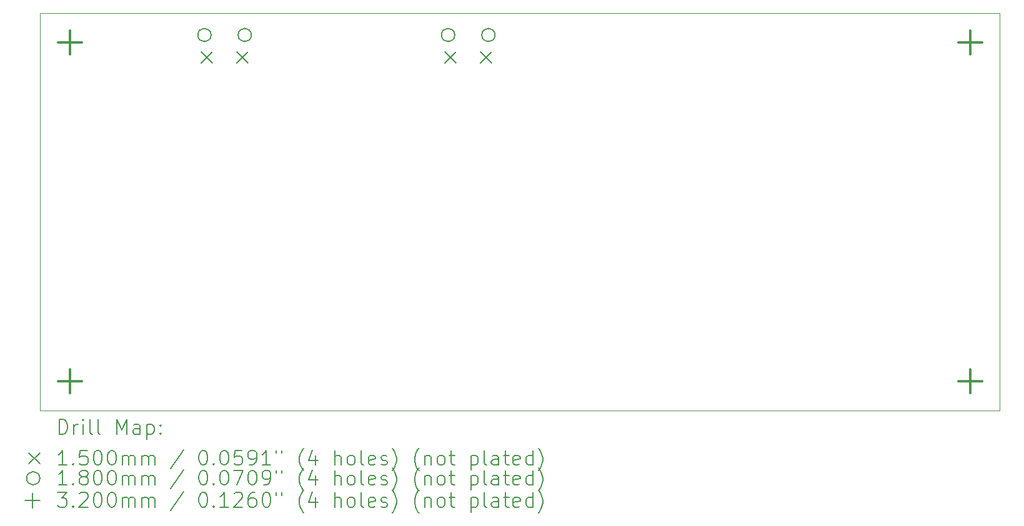
<source format=gbr>
%TF.GenerationSoftware,KiCad,Pcbnew,7.0.7*%
%TF.CreationDate,2023-09-07T20:52:34+09:00*%
%TF.ProjectId,KiCad,4b694361-642e-46b6-9963-61645f706362,rev?*%
%TF.SameCoordinates,PX41cdb40PY67f3540*%
%TF.FileFunction,Drillmap*%
%TF.FilePolarity,Positive*%
%FSLAX45Y45*%
G04 Gerber Fmt 4.5, Leading zero omitted, Abs format (unit mm)*
G04 Created by KiCad (PCBNEW 7.0.7) date 2023-09-07 20:52:34*
%MOMM*%
%LPD*%
G01*
G04 APERTURE LIST*
%ADD10C,0.100000*%
%ADD11C,0.200000*%
%ADD12C,0.150000*%
%ADD13C,0.180000*%
%ADD14C,0.320000*%
G04 APERTURE END LIST*
D10*
X13000000Y5400000D02*
X0Y5400000D01*
X0Y0D02*
X13000000Y0D01*
X0Y5400000D02*
X0Y0D01*
X13000000Y0D02*
X13000000Y5400000D01*
D11*
D12*
X2180500Y4872000D02*
X2330500Y4722000D01*
X2330500Y4872000D02*
X2180500Y4722000D01*
X2665500Y4872000D02*
X2815500Y4722000D01*
X2815500Y4872000D02*
X2665500Y4722000D01*
X5482500Y4872000D02*
X5632500Y4722000D01*
X5632500Y4872000D02*
X5482500Y4722000D01*
X5967500Y4872000D02*
X6117500Y4722000D01*
X6117500Y4872000D02*
X5967500Y4722000D01*
D13*
X2315500Y5100000D02*
G75*
G03*
X2315500Y5100000I-90000J0D01*
G01*
X2860500Y5100000D02*
G75*
G03*
X2860500Y5100000I-90000J0D01*
G01*
X5617500Y5100000D02*
G75*
G03*
X5617500Y5100000I-90000J0D01*
G01*
X6162500Y5100000D02*
G75*
G03*
X6162500Y5100000I-90000J0D01*
G01*
D14*
X400000Y5160000D02*
X400000Y4840000D01*
X240000Y5000000D02*
X560000Y5000000D01*
X400000Y560000D02*
X400000Y240000D01*
X240000Y400000D02*
X560000Y400000D01*
X12600000Y5160000D02*
X12600000Y4840000D01*
X12440000Y5000000D02*
X12760000Y5000000D01*
X12600000Y560000D02*
X12600000Y240000D01*
X12440000Y400000D02*
X12760000Y400000D01*
D11*
X255777Y-316484D02*
X255777Y-116484D01*
X255777Y-116484D02*
X303396Y-116484D01*
X303396Y-116484D02*
X331967Y-126008D01*
X331967Y-126008D02*
X351015Y-145055D01*
X351015Y-145055D02*
X360539Y-164103D01*
X360539Y-164103D02*
X370062Y-202198D01*
X370062Y-202198D02*
X370062Y-230769D01*
X370062Y-230769D02*
X360539Y-268865D01*
X360539Y-268865D02*
X351015Y-287912D01*
X351015Y-287912D02*
X331967Y-306960D01*
X331967Y-306960D02*
X303396Y-316484D01*
X303396Y-316484D02*
X255777Y-316484D01*
X455777Y-316484D02*
X455777Y-183150D01*
X455777Y-221246D02*
X465301Y-202198D01*
X465301Y-202198D02*
X474824Y-192674D01*
X474824Y-192674D02*
X493872Y-183150D01*
X493872Y-183150D02*
X512920Y-183150D01*
X579586Y-316484D02*
X579586Y-183150D01*
X579586Y-116484D02*
X570063Y-126008D01*
X570063Y-126008D02*
X579586Y-135531D01*
X579586Y-135531D02*
X589110Y-126008D01*
X589110Y-126008D02*
X579586Y-116484D01*
X579586Y-116484D02*
X579586Y-135531D01*
X703396Y-316484D02*
X684348Y-306960D01*
X684348Y-306960D02*
X674824Y-287912D01*
X674824Y-287912D02*
X674824Y-116484D01*
X808158Y-316484D02*
X789110Y-306960D01*
X789110Y-306960D02*
X779586Y-287912D01*
X779586Y-287912D02*
X779586Y-116484D01*
X1036729Y-316484D02*
X1036729Y-116484D01*
X1036729Y-116484D02*
X1103396Y-259341D01*
X1103396Y-259341D02*
X1170063Y-116484D01*
X1170063Y-116484D02*
X1170063Y-316484D01*
X1351015Y-316484D02*
X1351015Y-211722D01*
X1351015Y-211722D02*
X1341491Y-192674D01*
X1341491Y-192674D02*
X1322444Y-183150D01*
X1322444Y-183150D02*
X1284348Y-183150D01*
X1284348Y-183150D02*
X1265301Y-192674D01*
X1351015Y-306960D02*
X1331967Y-316484D01*
X1331967Y-316484D02*
X1284348Y-316484D01*
X1284348Y-316484D02*
X1265301Y-306960D01*
X1265301Y-306960D02*
X1255777Y-287912D01*
X1255777Y-287912D02*
X1255777Y-268865D01*
X1255777Y-268865D02*
X1265301Y-249817D01*
X1265301Y-249817D02*
X1284348Y-240293D01*
X1284348Y-240293D02*
X1331967Y-240293D01*
X1331967Y-240293D02*
X1351015Y-230769D01*
X1446253Y-183150D02*
X1446253Y-383150D01*
X1446253Y-192674D02*
X1465301Y-183150D01*
X1465301Y-183150D02*
X1503396Y-183150D01*
X1503396Y-183150D02*
X1522443Y-192674D01*
X1522443Y-192674D02*
X1531967Y-202198D01*
X1531967Y-202198D02*
X1541491Y-221246D01*
X1541491Y-221246D02*
X1541491Y-278389D01*
X1541491Y-278389D02*
X1531967Y-297436D01*
X1531967Y-297436D02*
X1522443Y-306960D01*
X1522443Y-306960D02*
X1503396Y-316484D01*
X1503396Y-316484D02*
X1465301Y-316484D01*
X1465301Y-316484D02*
X1446253Y-306960D01*
X1627205Y-297436D02*
X1636729Y-306960D01*
X1636729Y-306960D02*
X1627205Y-316484D01*
X1627205Y-316484D02*
X1617682Y-306960D01*
X1617682Y-306960D02*
X1627205Y-297436D01*
X1627205Y-297436D02*
X1627205Y-316484D01*
X1627205Y-192674D02*
X1636729Y-202198D01*
X1636729Y-202198D02*
X1627205Y-211722D01*
X1627205Y-211722D02*
X1617682Y-202198D01*
X1617682Y-202198D02*
X1627205Y-192674D01*
X1627205Y-192674D02*
X1627205Y-211722D01*
D12*
X-155000Y-570000D02*
X-5000Y-720000D01*
X-5000Y-570000D02*
X-155000Y-720000D01*
D11*
X360539Y-736484D02*
X246253Y-736484D01*
X303396Y-736484D02*
X303396Y-536484D01*
X303396Y-536484D02*
X284348Y-565055D01*
X284348Y-565055D02*
X265301Y-584103D01*
X265301Y-584103D02*
X246253Y-593627D01*
X446253Y-717436D02*
X455777Y-726960D01*
X455777Y-726960D02*
X446253Y-736484D01*
X446253Y-736484D02*
X436729Y-726960D01*
X436729Y-726960D02*
X446253Y-717436D01*
X446253Y-717436D02*
X446253Y-736484D01*
X636729Y-536484D02*
X541491Y-536484D01*
X541491Y-536484D02*
X531967Y-631722D01*
X531967Y-631722D02*
X541491Y-622198D01*
X541491Y-622198D02*
X560539Y-612674D01*
X560539Y-612674D02*
X608158Y-612674D01*
X608158Y-612674D02*
X627205Y-622198D01*
X627205Y-622198D02*
X636729Y-631722D01*
X636729Y-631722D02*
X646253Y-650770D01*
X646253Y-650770D02*
X646253Y-698389D01*
X646253Y-698389D02*
X636729Y-717436D01*
X636729Y-717436D02*
X627205Y-726960D01*
X627205Y-726960D02*
X608158Y-736484D01*
X608158Y-736484D02*
X560539Y-736484D01*
X560539Y-736484D02*
X541491Y-726960D01*
X541491Y-726960D02*
X531967Y-717436D01*
X770062Y-536484D02*
X789110Y-536484D01*
X789110Y-536484D02*
X808158Y-546008D01*
X808158Y-546008D02*
X817682Y-555531D01*
X817682Y-555531D02*
X827205Y-574579D01*
X827205Y-574579D02*
X836729Y-612674D01*
X836729Y-612674D02*
X836729Y-660293D01*
X836729Y-660293D02*
X827205Y-698389D01*
X827205Y-698389D02*
X817682Y-717436D01*
X817682Y-717436D02*
X808158Y-726960D01*
X808158Y-726960D02*
X789110Y-736484D01*
X789110Y-736484D02*
X770062Y-736484D01*
X770062Y-736484D02*
X751015Y-726960D01*
X751015Y-726960D02*
X741491Y-717436D01*
X741491Y-717436D02*
X731967Y-698389D01*
X731967Y-698389D02*
X722443Y-660293D01*
X722443Y-660293D02*
X722443Y-612674D01*
X722443Y-612674D02*
X731967Y-574579D01*
X731967Y-574579D02*
X741491Y-555531D01*
X741491Y-555531D02*
X751015Y-546008D01*
X751015Y-546008D02*
X770062Y-536484D01*
X960539Y-536484D02*
X979586Y-536484D01*
X979586Y-536484D02*
X998634Y-546008D01*
X998634Y-546008D02*
X1008158Y-555531D01*
X1008158Y-555531D02*
X1017682Y-574579D01*
X1017682Y-574579D02*
X1027205Y-612674D01*
X1027205Y-612674D02*
X1027205Y-660293D01*
X1027205Y-660293D02*
X1017682Y-698389D01*
X1017682Y-698389D02*
X1008158Y-717436D01*
X1008158Y-717436D02*
X998634Y-726960D01*
X998634Y-726960D02*
X979586Y-736484D01*
X979586Y-736484D02*
X960539Y-736484D01*
X960539Y-736484D02*
X941491Y-726960D01*
X941491Y-726960D02*
X931967Y-717436D01*
X931967Y-717436D02*
X922443Y-698389D01*
X922443Y-698389D02*
X912920Y-660293D01*
X912920Y-660293D02*
X912920Y-612674D01*
X912920Y-612674D02*
X922443Y-574579D01*
X922443Y-574579D02*
X931967Y-555531D01*
X931967Y-555531D02*
X941491Y-546008D01*
X941491Y-546008D02*
X960539Y-536484D01*
X1112920Y-736484D02*
X1112920Y-603150D01*
X1112920Y-622198D02*
X1122444Y-612674D01*
X1122444Y-612674D02*
X1141491Y-603150D01*
X1141491Y-603150D02*
X1170063Y-603150D01*
X1170063Y-603150D02*
X1189110Y-612674D01*
X1189110Y-612674D02*
X1198634Y-631722D01*
X1198634Y-631722D02*
X1198634Y-736484D01*
X1198634Y-631722D02*
X1208158Y-612674D01*
X1208158Y-612674D02*
X1227205Y-603150D01*
X1227205Y-603150D02*
X1255777Y-603150D01*
X1255777Y-603150D02*
X1274825Y-612674D01*
X1274825Y-612674D02*
X1284348Y-631722D01*
X1284348Y-631722D02*
X1284348Y-736484D01*
X1379586Y-736484D02*
X1379586Y-603150D01*
X1379586Y-622198D02*
X1389110Y-612674D01*
X1389110Y-612674D02*
X1408158Y-603150D01*
X1408158Y-603150D02*
X1436729Y-603150D01*
X1436729Y-603150D02*
X1455777Y-612674D01*
X1455777Y-612674D02*
X1465301Y-631722D01*
X1465301Y-631722D02*
X1465301Y-736484D01*
X1465301Y-631722D02*
X1474824Y-612674D01*
X1474824Y-612674D02*
X1493872Y-603150D01*
X1493872Y-603150D02*
X1522443Y-603150D01*
X1522443Y-603150D02*
X1541491Y-612674D01*
X1541491Y-612674D02*
X1551015Y-631722D01*
X1551015Y-631722D02*
X1551015Y-736484D01*
X1941491Y-526960D02*
X1770063Y-784103D01*
X2198634Y-536484D02*
X2217682Y-536484D01*
X2217682Y-536484D02*
X2236729Y-546008D01*
X2236729Y-546008D02*
X2246253Y-555531D01*
X2246253Y-555531D02*
X2255777Y-574579D01*
X2255777Y-574579D02*
X2265301Y-612674D01*
X2265301Y-612674D02*
X2265301Y-660293D01*
X2265301Y-660293D02*
X2255777Y-698389D01*
X2255777Y-698389D02*
X2246253Y-717436D01*
X2246253Y-717436D02*
X2236729Y-726960D01*
X2236729Y-726960D02*
X2217682Y-736484D01*
X2217682Y-736484D02*
X2198634Y-736484D01*
X2198634Y-736484D02*
X2179587Y-726960D01*
X2179587Y-726960D02*
X2170063Y-717436D01*
X2170063Y-717436D02*
X2160539Y-698389D01*
X2160539Y-698389D02*
X2151015Y-660293D01*
X2151015Y-660293D02*
X2151015Y-612674D01*
X2151015Y-612674D02*
X2160539Y-574579D01*
X2160539Y-574579D02*
X2170063Y-555531D01*
X2170063Y-555531D02*
X2179587Y-546008D01*
X2179587Y-546008D02*
X2198634Y-536484D01*
X2351015Y-717436D02*
X2360539Y-726960D01*
X2360539Y-726960D02*
X2351015Y-736484D01*
X2351015Y-736484D02*
X2341491Y-726960D01*
X2341491Y-726960D02*
X2351015Y-717436D01*
X2351015Y-717436D02*
X2351015Y-736484D01*
X2484348Y-536484D02*
X2503396Y-536484D01*
X2503396Y-536484D02*
X2522444Y-546008D01*
X2522444Y-546008D02*
X2531968Y-555531D01*
X2531968Y-555531D02*
X2541491Y-574579D01*
X2541491Y-574579D02*
X2551015Y-612674D01*
X2551015Y-612674D02*
X2551015Y-660293D01*
X2551015Y-660293D02*
X2541491Y-698389D01*
X2541491Y-698389D02*
X2531968Y-717436D01*
X2531968Y-717436D02*
X2522444Y-726960D01*
X2522444Y-726960D02*
X2503396Y-736484D01*
X2503396Y-736484D02*
X2484348Y-736484D01*
X2484348Y-736484D02*
X2465301Y-726960D01*
X2465301Y-726960D02*
X2455777Y-717436D01*
X2455777Y-717436D02*
X2446253Y-698389D01*
X2446253Y-698389D02*
X2436729Y-660293D01*
X2436729Y-660293D02*
X2436729Y-612674D01*
X2436729Y-612674D02*
X2446253Y-574579D01*
X2446253Y-574579D02*
X2455777Y-555531D01*
X2455777Y-555531D02*
X2465301Y-546008D01*
X2465301Y-546008D02*
X2484348Y-536484D01*
X2731968Y-536484D02*
X2636729Y-536484D01*
X2636729Y-536484D02*
X2627206Y-631722D01*
X2627206Y-631722D02*
X2636729Y-622198D01*
X2636729Y-622198D02*
X2655777Y-612674D01*
X2655777Y-612674D02*
X2703396Y-612674D01*
X2703396Y-612674D02*
X2722444Y-622198D01*
X2722444Y-622198D02*
X2731968Y-631722D01*
X2731968Y-631722D02*
X2741491Y-650770D01*
X2741491Y-650770D02*
X2741491Y-698389D01*
X2741491Y-698389D02*
X2731968Y-717436D01*
X2731968Y-717436D02*
X2722444Y-726960D01*
X2722444Y-726960D02*
X2703396Y-736484D01*
X2703396Y-736484D02*
X2655777Y-736484D01*
X2655777Y-736484D02*
X2636729Y-726960D01*
X2636729Y-726960D02*
X2627206Y-717436D01*
X2836729Y-736484D02*
X2874825Y-736484D01*
X2874825Y-736484D02*
X2893872Y-726960D01*
X2893872Y-726960D02*
X2903396Y-717436D01*
X2903396Y-717436D02*
X2922444Y-688865D01*
X2922444Y-688865D02*
X2931967Y-650770D01*
X2931967Y-650770D02*
X2931967Y-574579D01*
X2931967Y-574579D02*
X2922444Y-555531D01*
X2922444Y-555531D02*
X2912920Y-546008D01*
X2912920Y-546008D02*
X2893872Y-536484D01*
X2893872Y-536484D02*
X2855777Y-536484D01*
X2855777Y-536484D02*
X2836729Y-546008D01*
X2836729Y-546008D02*
X2827206Y-555531D01*
X2827206Y-555531D02*
X2817682Y-574579D01*
X2817682Y-574579D02*
X2817682Y-622198D01*
X2817682Y-622198D02*
X2827206Y-641246D01*
X2827206Y-641246D02*
X2836729Y-650770D01*
X2836729Y-650770D02*
X2855777Y-660293D01*
X2855777Y-660293D02*
X2893872Y-660293D01*
X2893872Y-660293D02*
X2912920Y-650770D01*
X2912920Y-650770D02*
X2922444Y-641246D01*
X2922444Y-641246D02*
X2931967Y-622198D01*
X3122444Y-736484D02*
X3008158Y-736484D01*
X3065301Y-736484D02*
X3065301Y-536484D01*
X3065301Y-536484D02*
X3046253Y-565055D01*
X3046253Y-565055D02*
X3027206Y-584103D01*
X3027206Y-584103D02*
X3008158Y-593627D01*
X3198634Y-536484D02*
X3198634Y-574579D01*
X3274825Y-536484D02*
X3274825Y-574579D01*
X3570063Y-812674D02*
X3560539Y-803150D01*
X3560539Y-803150D02*
X3541491Y-774579D01*
X3541491Y-774579D02*
X3531968Y-755531D01*
X3531968Y-755531D02*
X3522444Y-726960D01*
X3522444Y-726960D02*
X3512920Y-679341D01*
X3512920Y-679341D02*
X3512920Y-641246D01*
X3512920Y-641246D02*
X3522444Y-593627D01*
X3522444Y-593627D02*
X3531968Y-565055D01*
X3531968Y-565055D02*
X3541491Y-546008D01*
X3541491Y-546008D02*
X3560539Y-517436D01*
X3560539Y-517436D02*
X3570063Y-507912D01*
X3731968Y-603150D02*
X3731968Y-736484D01*
X3684348Y-526960D02*
X3636729Y-669817D01*
X3636729Y-669817D02*
X3760539Y-669817D01*
X3989110Y-736484D02*
X3989110Y-536484D01*
X4074825Y-736484D02*
X4074825Y-631722D01*
X4074825Y-631722D02*
X4065301Y-612674D01*
X4065301Y-612674D02*
X4046253Y-603150D01*
X4046253Y-603150D02*
X4017682Y-603150D01*
X4017682Y-603150D02*
X3998634Y-612674D01*
X3998634Y-612674D02*
X3989110Y-622198D01*
X4198634Y-736484D02*
X4179587Y-726960D01*
X4179587Y-726960D02*
X4170063Y-717436D01*
X4170063Y-717436D02*
X4160539Y-698389D01*
X4160539Y-698389D02*
X4160539Y-641246D01*
X4160539Y-641246D02*
X4170063Y-622198D01*
X4170063Y-622198D02*
X4179587Y-612674D01*
X4179587Y-612674D02*
X4198634Y-603150D01*
X4198634Y-603150D02*
X4227206Y-603150D01*
X4227206Y-603150D02*
X4246253Y-612674D01*
X4246253Y-612674D02*
X4255777Y-622198D01*
X4255777Y-622198D02*
X4265301Y-641246D01*
X4265301Y-641246D02*
X4265301Y-698389D01*
X4265301Y-698389D02*
X4255777Y-717436D01*
X4255777Y-717436D02*
X4246253Y-726960D01*
X4246253Y-726960D02*
X4227206Y-736484D01*
X4227206Y-736484D02*
X4198634Y-736484D01*
X4379587Y-736484D02*
X4360539Y-726960D01*
X4360539Y-726960D02*
X4351015Y-707912D01*
X4351015Y-707912D02*
X4351015Y-536484D01*
X4531968Y-726960D02*
X4512920Y-736484D01*
X4512920Y-736484D02*
X4474825Y-736484D01*
X4474825Y-736484D02*
X4455777Y-726960D01*
X4455777Y-726960D02*
X4446253Y-707912D01*
X4446253Y-707912D02*
X4446253Y-631722D01*
X4446253Y-631722D02*
X4455777Y-612674D01*
X4455777Y-612674D02*
X4474825Y-603150D01*
X4474825Y-603150D02*
X4512920Y-603150D01*
X4512920Y-603150D02*
X4531968Y-612674D01*
X4531968Y-612674D02*
X4541492Y-631722D01*
X4541492Y-631722D02*
X4541492Y-650770D01*
X4541492Y-650770D02*
X4446253Y-669817D01*
X4617682Y-726960D02*
X4636730Y-736484D01*
X4636730Y-736484D02*
X4674825Y-736484D01*
X4674825Y-736484D02*
X4693873Y-726960D01*
X4693873Y-726960D02*
X4703396Y-707912D01*
X4703396Y-707912D02*
X4703396Y-698389D01*
X4703396Y-698389D02*
X4693873Y-679341D01*
X4693873Y-679341D02*
X4674825Y-669817D01*
X4674825Y-669817D02*
X4646253Y-669817D01*
X4646253Y-669817D02*
X4627206Y-660293D01*
X4627206Y-660293D02*
X4617682Y-641246D01*
X4617682Y-641246D02*
X4617682Y-631722D01*
X4617682Y-631722D02*
X4627206Y-612674D01*
X4627206Y-612674D02*
X4646253Y-603150D01*
X4646253Y-603150D02*
X4674825Y-603150D01*
X4674825Y-603150D02*
X4693873Y-612674D01*
X4770063Y-812674D02*
X4779587Y-803150D01*
X4779587Y-803150D02*
X4798634Y-774579D01*
X4798634Y-774579D02*
X4808158Y-755531D01*
X4808158Y-755531D02*
X4817682Y-726960D01*
X4817682Y-726960D02*
X4827206Y-679341D01*
X4827206Y-679341D02*
X4827206Y-641246D01*
X4827206Y-641246D02*
X4817682Y-593627D01*
X4817682Y-593627D02*
X4808158Y-565055D01*
X4808158Y-565055D02*
X4798634Y-546008D01*
X4798634Y-546008D02*
X4779587Y-517436D01*
X4779587Y-517436D02*
X4770063Y-507912D01*
X5131968Y-812674D02*
X5122444Y-803150D01*
X5122444Y-803150D02*
X5103396Y-774579D01*
X5103396Y-774579D02*
X5093873Y-755531D01*
X5093873Y-755531D02*
X5084349Y-726960D01*
X5084349Y-726960D02*
X5074825Y-679341D01*
X5074825Y-679341D02*
X5074825Y-641246D01*
X5074825Y-641246D02*
X5084349Y-593627D01*
X5084349Y-593627D02*
X5093873Y-565055D01*
X5093873Y-565055D02*
X5103396Y-546008D01*
X5103396Y-546008D02*
X5122444Y-517436D01*
X5122444Y-517436D02*
X5131968Y-507912D01*
X5208158Y-603150D02*
X5208158Y-736484D01*
X5208158Y-622198D02*
X5217682Y-612674D01*
X5217682Y-612674D02*
X5236730Y-603150D01*
X5236730Y-603150D02*
X5265301Y-603150D01*
X5265301Y-603150D02*
X5284349Y-612674D01*
X5284349Y-612674D02*
X5293873Y-631722D01*
X5293873Y-631722D02*
X5293873Y-736484D01*
X5417682Y-736484D02*
X5398634Y-726960D01*
X5398634Y-726960D02*
X5389111Y-717436D01*
X5389111Y-717436D02*
X5379587Y-698389D01*
X5379587Y-698389D02*
X5379587Y-641246D01*
X5379587Y-641246D02*
X5389111Y-622198D01*
X5389111Y-622198D02*
X5398634Y-612674D01*
X5398634Y-612674D02*
X5417682Y-603150D01*
X5417682Y-603150D02*
X5446254Y-603150D01*
X5446254Y-603150D02*
X5465301Y-612674D01*
X5465301Y-612674D02*
X5474825Y-622198D01*
X5474825Y-622198D02*
X5484349Y-641246D01*
X5484349Y-641246D02*
X5484349Y-698389D01*
X5484349Y-698389D02*
X5474825Y-717436D01*
X5474825Y-717436D02*
X5465301Y-726960D01*
X5465301Y-726960D02*
X5446254Y-736484D01*
X5446254Y-736484D02*
X5417682Y-736484D01*
X5541492Y-603150D02*
X5617682Y-603150D01*
X5570063Y-536484D02*
X5570063Y-707912D01*
X5570063Y-707912D02*
X5579587Y-726960D01*
X5579587Y-726960D02*
X5598634Y-736484D01*
X5598634Y-736484D02*
X5617682Y-736484D01*
X5836730Y-603150D02*
X5836730Y-803150D01*
X5836730Y-612674D02*
X5855777Y-603150D01*
X5855777Y-603150D02*
X5893873Y-603150D01*
X5893873Y-603150D02*
X5912920Y-612674D01*
X5912920Y-612674D02*
X5922444Y-622198D01*
X5922444Y-622198D02*
X5931968Y-641246D01*
X5931968Y-641246D02*
X5931968Y-698389D01*
X5931968Y-698389D02*
X5922444Y-717436D01*
X5922444Y-717436D02*
X5912920Y-726960D01*
X5912920Y-726960D02*
X5893873Y-736484D01*
X5893873Y-736484D02*
X5855777Y-736484D01*
X5855777Y-736484D02*
X5836730Y-726960D01*
X6046253Y-736484D02*
X6027206Y-726960D01*
X6027206Y-726960D02*
X6017682Y-707912D01*
X6017682Y-707912D02*
X6017682Y-536484D01*
X6208158Y-736484D02*
X6208158Y-631722D01*
X6208158Y-631722D02*
X6198634Y-612674D01*
X6198634Y-612674D02*
X6179587Y-603150D01*
X6179587Y-603150D02*
X6141492Y-603150D01*
X6141492Y-603150D02*
X6122444Y-612674D01*
X6208158Y-726960D02*
X6189111Y-736484D01*
X6189111Y-736484D02*
X6141492Y-736484D01*
X6141492Y-736484D02*
X6122444Y-726960D01*
X6122444Y-726960D02*
X6112920Y-707912D01*
X6112920Y-707912D02*
X6112920Y-688865D01*
X6112920Y-688865D02*
X6122444Y-669817D01*
X6122444Y-669817D02*
X6141492Y-660293D01*
X6141492Y-660293D02*
X6189111Y-660293D01*
X6189111Y-660293D02*
X6208158Y-650770D01*
X6274825Y-603150D02*
X6351015Y-603150D01*
X6303396Y-536484D02*
X6303396Y-707912D01*
X6303396Y-707912D02*
X6312920Y-726960D01*
X6312920Y-726960D02*
X6331968Y-736484D01*
X6331968Y-736484D02*
X6351015Y-736484D01*
X6493873Y-726960D02*
X6474825Y-736484D01*
X6474825Y-736484D02*
X6436730Y-736484D01*
X6436730Y-736484D02*
X6417682Y-726960D01*
X6417682Y-726960D02*
X6408158Y-707912D01*
X6408158Y-707912D02*
X6408158Y-631722D01*
X6408158Y-631722D02*
X6417682Y-612674D01*
X6417682Y-612674D02*
X6436730Y-603150D01*
X6436730Y-603150D02*
X6474825Y-603150D01*
X6474825Y-603150D02*
X6493873Y-612674D01*
X6493873Y-612674D02*
X6503396Y-631722D01*
X6503396Y-631722D02*
X6503396Y-650770D01*
X6503396Y-650770D02*
X6408158Y-669817D01*
X6674825Y-736484D02*
X6674825Y-536484D01*
X6674825Y-726960D02*
X6655777Y-736484D01*
X6655777Y-736484D02*
X6617682Y-736484D01*
X6617682Y-736484D02*
X6598634Y-726960D01*
X6598634Y-726960D02*
X6589111Y-717436D01*
X6589111Y-717436D02*
X6579587Y-698389D01*
X6579587Y-698389D02*
X6579587Y-641246D01*
X6579587Y-641246D02*
X6589111Y-622198D01*
X6589111Y-622198D02*
X6598634Y-612674D01*
X6598634Y-612674D02*
X6617682Y-603150D01*
X6617682Y-603150D02*
X6655777Y-603150D01*
X6655777Y-603150D02*
X6674825Y-612674D01*
X6751015Y-812674D02*
X6760539Y-803150D01*
X6760539Y-803150D02*
X6779587Y-774579D01*
X6779587Y-774579D02*
X6789111Y-755531D01*
X6789111Y-755531D02*
X6798634Y-726960D01*
X6798634Y-726960D02*
X6808158Y-679341D01*
X6808158Y-679341D02*
X6808158Y-641246D01*
X6808158Y-641246D02*
X6798634Y-593627D01*
X6798634Y-593627D02*
X6789111Y-565055D01*
X6789111Y-565055D02*
X6779587Y-546008D01*
X6779587Y-546008D02*
X6760539Y-517436D01*
X6760539Y-517436D02*
X6751015Y-507912D01*
D13*
X-5000Y-915000D02*
G75*
G03*
X-5000Y-915000I-90000J0D01*
G01*
D11*
X360539Y-1006484D02*
X246253Y-1006484D01*
X303396Y-1006484D02*
X303396Y-806484D01*
X303396Y-806484D02*
X284348Y-835055D01*
X284348Y-835055D02*
X265301Y-854103D01*
X265301Y-854103D02*
X246253Y-863627D01*
X446253Y-987436D02*
X455777Y-996960D01*
X455777Y-996960D02*
X446253Y-1006484D01*
X446253Y-1006484D02*
X436729Y-996960D01*
X436729Y-996960D02*
X446253Y-987436D01*
X446253Y-987436D02*
X446253Y-1006484D01*
X570063Y-892198D02*
X551015Y-882674D01*
X551015Y-882674D02*
X541491Y-873150D01*
X541491Y-873150D02*
X531967Y-854103D01*
X531967Y-854103D02*
X531967Y-844579D01*
X531967Y-844579D02*
X541491Y-825531D01*
X541491Y-825531D02*
X551015Y-816008D01*
X551015Y-816008D02*
X570063Y-806484D01*
X570063Y-806484D02*
X608158Y-806484D01*
X608158Y-806484D02*
X627205Y-816008D01*
X627205Y-816008D02*
X636729Y-825531D01*
X636729Y-825531D02*
X646253Y-844579D01*
X646253Y-844579D02*
X646253Y-854103D01*
X646253Y-854103D02*
X636729Y-873150D01*
X636729Y-873150D02*
X627205Y-882674D01*
X627205Y-882674D02*
X608158Y-892198D01*
X608158Y-892198D02*
X570063Y-892198D01*
X570063Y-892198D02*
X551015Y-901722D01*
X551015Y-901722D02*
X541491Y-911246D01*
X541491Y-911246D02*
X531967Y-930293D01*
X531967Y-930293D02*
X531967Y-968388D01*
X531967Y-968388D02*
X541491Y-987436D01*
X541491Y-987436D02*
X551015Y-996960D01*
X551015Y-996960D02*
X570063Y-1006484D01*
X570063Y-1006484D02*
X608158Y-1006484D01*
X608158Y-1006484D02*
X627205Y-996960D01*
X627205Y-996960D02*
X636729Y-987436D01*
X636729Y-987436D02*
X646253Y-968388D01*
X646253Y-968388D02*
X646253Y-930293D01*
X646253Y-930293D02*
X636729Y-911246D01*
X636729Y-911246D02*
X627205Y-901722D01*
X627205Y-901722D02*
X608158Y-892198D01*
X770062Y-806484D02*
X789110Y-806484D01*
X789110Y-806484D02*
X808158Y-816008D01*
X808158Y-816008D02*
X817682Y-825531D01*
X817682Y-825531D02*
X827205Y-844579D01*
X827205Y-844579D02*
X836729Y-882674D01*
X836729Y-882674D02*
X836729Y-930293D01*
X836729Y-930293D02*
X827205Y-968388D01*
X827205Y-968388D02*
X817682Y-987436D01*
X817682Y-987436D02*
X808158Y-996960D01*
X808158Y-996960D02*
X789110Y-1006484D01*
X789110Y-1006484D02*
X770062Y-1006484D01*
X770062Y-1006484D02*
X751015Y-996960D01*
X751015Y-996960D02*
X741491Y-987436D01*
X741491Y-987436D02*
X731967Y-968388D01*
X731967Y-968388D02*
X722443Y-930293D01*
X722443Y-930293D02*
X722443Y-882674D01*
X722443Y-882674D02*
X731967Y-844579D01*
X731967Y-844579D02*
X741491Y-825531D01*
X741491Y-825531D02*
X751015Y-816008D01*
X751015Y-816008D02*
X770062Y-806484D01*
X960539Y-806484D02*
X979586Y-806484D01*
X979586Y-806484D02*
X998634Y-816008D01*
X998634Y-816008D02*
X1008158Y-825531D01*
X1008158Y-825531D02*
X1017682Y-844579D01*
X1017682Y-844579D02*
X1027205Y-882674D01*
X1027205Y-882674D02*
X1027205Y-930293D01*
X1027205Y-930293D02*
X1017682Y-968388D01*
X1017682Y-968388D02*
X1008158Y-987436D01*
X1008158Y-987436D02*
X998634Y-996960D01*
X998634Y-996960D02*
X979586Y-1006484D01*
X979586Y-1006484D02*
X960539Y-1006484D01*
X960539Y-1006484D02*
X941491Y-996960D01*
X941491Y-996960D02*
X931967Y-987436D01*
X931967Y-987436D02*
X922443Y-968388D01*
X922443Y-968388D02*
X912920Y-930293D01*
X912920Y-930293D02*
X912920Y-882674D01*
X912920Y-882674D02*
X922443Y-844579D01*
X922443Y-844579D02*
X931967Y-825531D01*
X931967Y-825531D02*
X941491Y-816008D01*
X941491Y-816008D02*
X960539Y-806484D01*
X1112920Y-1006484D02*
X1112920Y-873150D01*
X1112920Y-892198D02*
X1122444Y-882674D01*
X1122444Y-882674D02*
X1141491Y-873150D01*
X1141491Y-873150D02*
X1170063Y-873150D01*
X1170063Y-873150D02*
X1189110Y-882674D01*
X1189110Y-882674D02*
X1198634Y-901722D01*
X1198634Y-901722D02*
X1198634Y-1006484D01*
X1198634Y-901722D02*
X1208158Y-882674D01*
X1208158Y-882674D02*
X1227205Y-873150D01*
X1227205Y-873150D02*
X1255777Y-873150D01*
X1255777Y-873150D02*
X1274825Y-882674D01*
X1274825Y-882674D02*
X1284348Y-901722D01*
X1284348Y-901722D02*
X1284348Y-1006484D01*
X1379586Y-1006484D02*
X1379586Y-873150D01*
X1379586Y-892198D02*
X1389110Y-882674D01*
X1389110Y-882674D02*
X1408158Y-873150D01*
X1408158Y-873150D02*
X1436729Y-873150D01*
X1436729Y-873150D02*
X1455777Y-882674D01*
X1455777Y-882674D02*
X1465301Y-901722D01*
X1465301Y-901722D02*
X1465301Y-1006484D01*
X1465301Y-901722D02*
X1474824Y-882674D01*
X1474824Y-882674D02*
X1493872Y-873150D01*
X1493872Y-873150D02*
X1522443Y-873150D01*
X1522443Y-873150D02*
X1541491Y-882674D01*
X1541491Y-882674D02*
X1551015Y-901722D01*
X1551015Y-901722D02*
X1551015Y-1006484D01*
X1941491Y-796960D02*
X1770063Y-1054103D01*
X2198634Y-806484D02*
X2217682Y-806484D01*
X2217682Y-806484D02*
X2236729Y-816008D01*
X2236729Y-816008D02*
X2246253Y-825531D01*
X2246253Y-825531D02*
X2255777Y-844579D01*
X2255777Y-844579D02*
X2265301Y-882674D01*
X2265301Y-882674D02*
X2265301Y-930293D01*
X2265301Y-930293D02*
X2255777Y-968388D01*
X2255777Y-968388D02*
X2246253Y-987436D01*
X2246253Y-987436D02*
X2236729Y-996960D01*
X2236729Y-996960D02*
X2217682Y-1006484D01*
X2217682Y-1006484D02*
X2198634Y-1006484D01*
X2198634Y-1006484D02*
X2179587Y-996960D01*
X2179587Y-996960D02*
X2170063Y-987436D01*
X2170063Y-987436D02*
X2160539Y-968388D01*
X2160539Y-968388D02*
X2151015Y-930293D01*
X2151015Y-930293D02*
X2151015Y-882674D01*
X2151015Y-882674D02*
X2160539Y-844579D01*
X2160539Y-844579D02*
X2170063Y-825531D01*
X2170063Y-825531D02*
X2179587Y-816008D01*
X2179587Y-816008D02*
X2198634Y-806484D01*
X2351015Y-987436D02*
X2360539Y-996960D01*
X2360539Y-996960D02*
X2351015Y-1006484D01*
X2351015Y-1006484D02*
X2341491Y-996960D01*
X2341491Y-996960D02*
X2351015Y-987436D01*
X2351015Y-987436D02*
X2351015Y-1006484D01*
X2484348Y-806484D02*
X2503396Y-806484D01*
X2503396Y-806484D02*
X2522444Y-816008D01*
X2522444Y-816008D02*
X2531968Y-825531D01*
X2531968Y-825531D02*
X2541491Y-844579D01*
X2541491Y-844579D02*
X2551015Y-882674D01*
X2551015Y-882674D02*
X2551015Y-930293D01*
X2551015Y-930293D02*
X2541491Y-968388D01*
X2541491Y-968388D02*
X2531968Y-987436D01*
X2531968Y-987436D02*
X2522444Y-996960D01*
X2522444Y-996960D02*
X2503396Y-1006484D01*
X2503396Y-1006484D02*
X2484348Y-1006484D01*
X2484348Y-1006484D02*
X2465301Y-996960D01*
X2465301Y-996960D02*
X2455777Y-987436D01*
X2455777Y-987436D02*
X2446253Y-968388D01*
X2446253Y-968388D02*
X2436729Y-930293D01*
X2436729Y-930293D02*
X2436729Y-882674D01*
X2436729Y-882674D02*
X2446253Y-844579D01*
X2446253Y-844579D02*
X2455777Y-825531D01*
X2455777Y-825531D02*
X2465301Y-816008D01*
X2465301Y-816008D02*
X2484348Y-806484D01*
X2617682Y-806484D02*
X2751015Y-806484D01*
X2751015Y-806484D02*
X2665301Y-1006484D01*
X2865301Y-806484D02*
X2884348Y-806484D01*
X2884348Y-806484D02*
X2903396Y-816008D01*
X2903396Y-816008D02*
X2912920Y-825531D01*
X2912920Y-825531D02*
X2922444Y-844579D01*
X2922444Y-844579D02*
X2931967Y-882674D01*
X2931967Y-882674D02*
X2931967Y-930293D01*
X2931967Y-930293D02*
X2922444Y-968388D01*
X2922444Y-968388D02*
X2912920Y-987436D01*
X2912920Y-987436D02*
X2903396Y-996960D01*
X2903396Y-996960D02*
X2884348Y-1006484D01*
X2884348Y-1006484D02*
X2865301Y-1006484D01*
X2865301Y-1006484D02*
X2846253Y-996960D01*
X2846253Y-996960D02*
X2836729Y-987436D01*
X2836729Y-987436D02*
X2827206Y-968388D01*
X2827206Y-968388D02*
X2817682Y-930293D01*
X2817682Y-930293D02*
X2817682Y-882674D01*
X2817682Y-882674D02*
X2827206Y-844579D01*
X2827206Y-844579D02*
X2836729Y-825531D01*
X2836729Y-825531D02*
X2846253Y-816008D01*
X2846253Y-816008D02*
X2865301Y-806484D01*
X3027206Y-1006484D02*
X3065301Y-1006484D01*
X3065301Y-1006484D02*
X3084348Y-996960D01*
X3084348Y-996960D02*
X3093872Y-987436D01*
X3093872Y-987436D02*
X3112920Y-958865D01*
X3112920Y-958865D02*
X3122444Y-920769D01*
X3122444Y-920769D02*
X3122444Y-844579D01*
X3122444Y-844579D02*
X3112920Y-825531D01*
X3112920Y-825531D02*
X3103396Y-816008D01*
X3103396Y-816008D02*
X3084348Y-806484D01*
X3084348Y-806484D02*
X3046253Y-806484D01*
X3046253Y-806484D02*
X3027206Y-816008D01*
X3027206Y-816008D02*
X3017682Y-825531D01*
X3017682Y-825531D02*
X3008158Y-844579D01*
X3008158Y-844579D02*
X3008158Y-892198D01*
X3008158Y-892198D02*
X3017682Y-911246D01*
X3017682Y-911246D02*
X3027206Y-920769D01*
X3027206Y-920769D02*
X3046253Y-930293D01*
X3046253Y-930293D02*
X3084348Y-930293D01*
X3084348Y-930293D02*
X3103396Y-920769D01*
X3103396Y-920769D02*
X3112920Y-911246D01*
X3112920Y-911246D02*
X3122444Y-892198D01*
X3198634Y-806484D02*
X3198634Y-844579D01*
X3274825Y-806484D02*
X3274825Y-844579D01*
X3570063Y-1082674D02*
X3560539Y-1073150D01*
X3560539Y-1073150D02*
X3541491Y-1044579D01*
X3541491Y-1044579D02*
X3531968Y-1025531D01*
X3531968Y-1025531D02*
X3522444Y-996960D01*
X3522444Y-996960D02*
X3512920Y-949341D01*
X3512920Y-949341D02*
X3512920Y-911246D01*
X3512920Y-911246D02*
X3522444Y-863627D01*
X3522444Y-863627D02*
X3531968Y-835055D01*
X3531968Y-835055D02*
X3541491Y-816008D01*
X3541491Y-816008D02*
X3560539Y-787436D01*
X3560539Y-787436D02*
X3570063Y-777912D01*
X3731968Y-873150D02*
X3731968Y-1006484D01*
X3684348Y-796960D02*
X3636729Y-939817D01*
X3636729Y-939817D02*
X3760539Y-939817D01*
X3989110Y-1006484D02*
X3989110Y-806484D01*
X4074825Y-1006484D02*
X4074825Y-901722D01*
X4074825Y-901722D02*
X4065301Y-882674D01*
X4065301Y-882674D02*
X4046253Y-873150D01*
X4046253Y-873150D02*
X4017682Y-873150D01*
X4017682Y-873150D02*
X3998634Y-882674D01*
X3998634Y-882674D02*
X3989110Y-892198D01*
X4198634Y-1006484D02*
X4179587Y-996960D01*
X4179587Y-996960D02*
X4170063Y-987436D01*
X4170063Y-987436D02*
X4160539Y-968388D01*
X4160539Y-968388D02*
X4160539Y-911246D01*
X4160539Y-911246D02*
X4170063Y-892198D01*
X4170063Y-892198D02*
X4179587Y-882674D01*
X4179587Y-882674D02*
X4198634Y-873150D01*
X4198634Y-873150D02*
X4227206Y-873150D01*
X4227206Y-873150D02*
X4246253Y-882674D01*
X4246253Y-882674D02*
X4255777Y-892198D01*
X4255777Y-892198D02*
X4265301Y-911246D01*
X4265301Y-911246D02*
X4265301Y-968388D01*
X4265301Y-968388D02*
X4255777Y-987436D01*
X4255777Y-987436D02*
X4246253Y-996960D01*
X4246253Y-996960D02*
X4227206Y-1006484D01*
X4227206Y-1006484D02*
X4198634Y-1006484D01*
X4379587Y-1006484D02*
X4360539Y-996960D01*
X4360539Y-996960D02*
X4351015Y-977912D01*
X4351015Y-977912D02*
X4351015Y-806484D01*
X4531968Y-996960D02*
X4512920Y-1006484D01*
X4512920Y-1006484D02*
X4474825Y-1006484D01*
X4474825Y-1006484D02*
X4455777Y-996960D01*
X4455777Y-996960D02*
X4446253Y-977912D01*
X4446253Y-977912D02*
X4446253Y-901722D01*
X4446253Y-901722D02*
X4455777Y-882674D01*
X4455777Y-882674D02*
X4474825Y-873150D01*
X4474825Y-873150D02*
X4512920Y-873150D01*
X4512920Y-873150D02*
X4531968Y-882674D01*
X4531968Y-882674D02*
X4541492Y-901722D01*
X4541492Y-901722D02*
X4541492Y-920769D01*
X4541492Y-920769D02*
X4446253Y-939817D01*
X4617682Y-996960D02*
X4636730Y-1006484D01*
X4636730Y-1006484D02*
X4674825Y-1006484D01*
X4674825Y-1006484D02*
X4693873Y-996960D01*
X4693873Y-996960D02*
X4703396Y-977912D01*
X4703396Y-977912D02*
X4703396Y-968388D01*
X4703396Y-968388D02*
X4693873Y-949341D01*
X4693873Y-949341D02*
X4674825Y-939817D01*
X4674825Y-939817D02*
X4646253Y-939817D01*
X4646253Y-939817D02*
X4627206Y-930293D01*
X4627206Y-930293D02*
X4617682Y-911246D01*
X4617682Y-911246D02*
X4617682Y-901722D01*
X4617682Y-901722D02*
X4627206Y-882674D01*
X4627206Y-882674D02*
X4646253Y-873150D01*
X4646253Y-873150D02*
X4674825Y-873150D01*
X4674825Y-873150D02*
X4693873Y-882674D01*
X4770063Y-1082674D02*
X4779587Y-1073150D01*
X4779587Y-1073150D02*
X4798634Y-1044579D01*
X4798634Y-1044579D02*
X4808158Y-1025531D01*
X4808158Y-1025531D02*
X4817682Y-996960D01*
X4817682Y-996960D02*
X4827206Y-949341D01*
X4827206Y-949341D02*
X4827206Y-911246D01*
X4827206Y-911246D02*
X4817682Y-863627D01*
X4817682Y-863627D02*
X4808158Y-835055D01*
X4808158Y-835055D02*
X4798634Y-816008D01*
X4798634Y-816008D02*
X4779587Y-787436D01*
X4779587Y-787436D02*
X4770063Y-777912D01*
X5131968Y-1082674D02*
X5122444Y-1073150D01*
X5122444Y-1073150D02*
X5103396Y-1044579D01*
X5103396Y-1044579D02*
X5093873Y-1025531D01*
X5093873Y-1025531D02*
X5084349Y-996960D01*
X5084349Y-996960D02*
X5074825Y-949341D01*
X5074825Y-949341D02*
X5074825Y-911246D01*
X5074825Y-911246D02*
X5084349Y-863627D01*
X5084349Y-863627D02*
X5093873Y-835055D01*
X5093873Y-835055D02*
X5103396Y-816008D01*
X5103396Y-816008D02*
X5122444Y-787436D01*
X5122444Y-787436D02*
X5131968Y-777912D01*
X5208158Y-873150D02*
X5208158Y-1006484D01*
X5208158Y-892198D02*
X5217682Y-882674D01*
X5217682Y-882674D02*
X5236730Y-873150D01*
X5236730Y-873150D02*
X5265301Y-873150D01*
X5265301Y-873150D02*
X5284349Y-882674D01*
X5284349Y-882674D02*
X5293873Y-901722D01*
X5293873Y-901722D02*
X5293873Y-1006484D01*
X5417682Y-1006484D02*
X5398634Y-996960D01*
X5398634Y-996960D02*
X5389111Y-987436D01*
X5389111Y-987436D02*
X5379587Y-968388D01*
X5379587Y-968388D02*
X5379587Y-911246D01*
X5379587Y-911246D02*
X5389111Y-892198D01*
X5389111Y-892198D02*
X5398634Y-882674D01*
X5398634Y-882674D02*
X5417682Y-873150D01*
X5417682Y-873150D02*
X5446254Y-873150D01*
X5446254Y-873150D02*
X5465301Y-882674D01*
X5465301Y-882674D02*
X5474825Y-892198D01*
X5474825Y-892198D02*
X5484349Y-911246D01*
X5484349Y-911246D02*
X5484349Y-968388D01*
X5484349Y-968388D02*
X5474825Y-987436D01*
X5474825Y-987436D02*
X5465301Y-996960D01*
X5465301Y-996960D02*
X5446254Y-1006484D01*
X5446254Y-1006484D02*
X5417682Y-1006484D01*
X5541492Y-873150D02*
X5617682Y-873150D01*
X5570063Y-806484D02*
X5570063Y-977912D01*
X5570063Y-977912D02*
X5579587Y-996960D01*
X5579587Y-996960D02*
X5598634Y-1006484D01*
X5598634Y-1006484D02*
X5617682Y-1006484D01*
X5836730Y-873150D02*
X5836730Y-1073150D01*
X5836730Y-882674D02*
X5855777Y-873150D01*
X5855777Y-873150D02*
X5893873Y-873150D01*
X5893873Y-873150D02*
X5912920Y-882674D01*
X5912920Y-882674D02*
X5922444Y-892198D01*
X5922444Y-892198D02*
X5931968Y-911246D01*
X5931968Y-911246D02*
X5931968Y-968388D01*
X5931968Y-968388D02*
X5922444Y-987436D01*
X5922444Y-987436D02*
X5912920Y-996960D01*
X5912920Y-996960D02*
X5893873Y-1006484D01*
X5893873Y-1006484D02*
X5855777Y-1006484D01*
X5855777Y-1006484D02*
X5836730Y-996960D01*
X6046253Y-1006484D02*
X6027206Y-996960D01*
X6027206Y-996960D02*
X6017682Y-977912D01*
X6017682Y-977912D02*
X6017682Y-806484D01*
X6208158Y-1006484D02*
X6208158Y-901722D01*
X6208158Y-901722D02*
X6198634Y-882674D01*
X6198634Y-882674D02*
X6179587Y-873150D01*
X6179587Y-873150D02*
X6141492Y-873150D01*
X6141492Y-873150D02*
X6122444Y-882674D01*
X6208158Y-996960D02*
X6189111Y-1006484D01*
X6189111Y-1006484D02*
X6141492Y-1006484D01*
X6141492Y-1006484D02*
X6122444Y-996960D01*
X6122444Y-996960D02*
X6112920Y-977912D01*
X6112920Y-977912D02*
X6112920Y-958865D01*
X6112920Y-958865D02*
X6122444Y-939817D01*
X6122444Y-939817D02*
X6141492Y-930293D01*
X6141492Y-930293D02*
X6189111Y-930293D01*
X6189111Y-930293D02*
X6208158Y-920769D01*
X6274825Y-873150D02*
X6351015Y-873150D01*
X6303396Y-806484D02*
X6303396Y-977912D01*
X6303396Y-977912D02*
X6312920Y-996960D01*
X6312920Y-996960D02*
X6331968Y-1006484D01*
X6331968Y-1006484D02*
X6351015Y-1006484D01*
X6493873Y-996960D02*
X6474825Y-1006484D01*
X6474825Y-1006484D02*
X6436730Y-1006484D01*
X6436730Y-1006484D02*
X6417682Y-996960D01*
X6417682Y-996960D02*
X6408158Y-977912D01*
X6408158Y-977912D02*
X6408158Y-901722D01*
X6408158Y-901722D02*
X6417682Y-882674D01*
X6417682Y-882674D02*
X6436730Y-873150D01*
X6436730Y-873150D02*
X6474825Y-873150D01*
X6474825Y-873150D02*
X6493873Y-882674D01*
X6493873Y-882674D02*
X6503396Y-901722D01*
X6503396Y-901722D02*
X6503396Y-920769D01*
X6503396Y-920769D02*
X6408158Y-939817D01*
X6674825Y-1006484D02*
X6674825Y-806484D01*
X6674825Y-996960D02*
X6655777Y-1006484D01*
X6655777Y-1006484D02*
X6617682Y-1006484D01*
X6617682Y-1006484D02*
X6598634Y-996960D01*
X6598634Y-996960D02*
X6589111Y-987436D01*
X6589111Y-987436D02*
X6579587Y-968388D01*
X6579587Y-968388D02*
X6579587Y-911246D01*
X6579587Y-911246D02*
X6589111Y-892198D01*
X6589111Y-892198D02*
X6598634Y-882674D01*
X6598634Y-882674D02*
X6617682Y-873150D01*
X6617682Y-873150D02*
X6655777Y-873150D01*
X6655777Y-873150D02*
X6674825Y-882674D01*
X6751015Y-1082674D02*
X6760539Y-1073150D01*
X6760539Y-1073150D02*
X6779587Y-1044579D01*
X6779587Y-1044579D02*
X6789111Y-1025531D01*
X6789111Y-1025531D02*
X6798634Y-996960D01*
X6798634Y-996960D02*
X6808158Y-949341D01*
X6808158Y-949341D02*
X6808158Y-911246D01*
X6808158Y-911246D02*
X6798634Y-863627D01*
X6798634Y-863627D02*
X6789111Y-835055D01*
X6789111Y-835055D02*
X6779587Y-816008D01*
X6779587Y-816008D02*
X6760539Y-787436D01*
X6760539Y-787436D02*
X6751015Y-777912D01*
X-105000Y-1115000D02*
X-105000Y-1315000D01*
X-205000Y-1215000D02*
X-5000Y-1215000D01*
X236729Y-1106484D02*
X360539Y-1106484D01*
X360539Y-1106484D02*
X293872Y-1182674D01*
X293872Y-1182674D02*
X322444Y-1182674D01*
X322444Y-1182674D02*
X341491Y-1192198D01*
X341491Y-1192198D02*
X351015Y-1201722D01*
X351015Y-1201722D02*
X360539Y-1220770D01*
X360539Y-1220770D02*
X360539Y-1268389D01*
X360539Y-1268389D02*
X351015Y-1287436D01*
X351015Y-1287436D02*
X341491Y-1296960D01*
X341491Y-1296960D02*
X322444Y-1306484D01*
X322444Y-1306484D02*
X265301Y-1306484D01*
X265301Y-1306484D02*
X246253Y-1296960D01*
X246253Y-1296960D02*
X236729Y-1287436D01*
X446253Y-1287436D02*
X455777Y-1296960D01*
X455777Y-1296960D02*
X446253Y-1306484D01*
X446253Y-1306484D02*
X436729Y-1296960D01*
X436729Y-1296960D02*
X446253Y-1287436D01*
X446253Y-1287436D02*
X446253Y-1306484D01*
X531967Y-1125531D02*
X541491Y-1116008D01*
X541491Y-1116008D02*
X560539Y-1106484D01*
X560539Y-1106484D02*
X608158Y-1106484D01*
X608158Y-1106484D02*
X627205Y-1116008D01*
X627205Y-1116008D02*
X636729Y-1125531D01*
X636729Y-1125531D02*
X646253Y-1144579D01*
X646253Y-1144579D02*
X646253Y-1163627D01*
X646253Y-1163627D02*
X636729Y-1192198D01*
X636729Y-1192198D02*
X522443Y-1306484D01*
X522443Y-1306484D02*
X646253Y-1306484D01*
X770062Y-1106484D02*
X789110Y-1106484D01*
X789110Y-1106484D02*
X808158Y-1116008D01*
X808158Y-1116008D02*
X817682Y-1125531D01*
X817682Y-1125531D02*
X827205Y-1144579D01*
X827205Y-1144579D02*
X836729Y-1182674D01*
X836729Y-1182674D02*
X836729Y-1230293D01*
X836729Y-1230293D02*
X827205Y-1268389D01*
X827205Y-1268389D02*
X817682Y-1287436D01*
X817682Y-1287436D02*
X808158Y-1296960D01*
X808158Y-1296960D02*
X789110Y-1306484D01*
X789110Y-1306484D02*
X770062Y-1306484D01*
X770062Y-1306484D02*
X751015Y-1296960D01*
X751015Y-1296960D02*
X741491Y-1287436D01*
X741491Y-1287436D02*
X731967Y-1268389D01*
X731967Y-1268389D02*
X722443Y-1230293D01*
X722443Y-1230293D02*
X722443Y-1182674D01*
X722443Y-1182674D02*
X731967Y-1144579D01*
X731967Y-1144579D02*
X741491Y-1125531D01*
X741491Y-1125531D02*
X751015Y-1116008D01*
X751015Y-1116008D02*
X770062Y-1106484D01*
X960539Y-1106484D02*
X979586Y-1106484D01*
X979586Y-1106484D02*
X998634Y-1116008D01*
X998634Y-1116008D02*
X1008158Y-1125531D01*
X1008158Y-1125531D02*
X1017682Y-1144579D01*
X1017682Y-1144579D02*
X1027205Y-1182674D01*
X1027205Y-1182674D02*
X1027205Y-1230293D01*
X1027205Y-1230293D02*
X1017682Y-1268389D01*
X1017682Y-1268389D02*
X1008158Y-1287436D01*
X1008158Y-1287436D02*
X998634Y-1296960D01*
X998634Y-1296960D02*
X979586Y-1306484D01*
X979586Y-1306484D02*
X960539Y-1306484D01*
X960539Y-1306484D02*
X941491Y-1296960D01*
X941491Y-1296960D02*
X931967Y-1287436D01*
X931967Y-1287436D02*
X922443Y-1268389D01*
X922443Y-1268389D02*
X912920Y-1230293D01*
X912920Y-1230293D02*
X912920Y-1182674D01*
X912920Y-1182674D02*
X922443Y-1144579D01*
X922443Y-1144579D02*
X931967Y-1125531D01*
X931967Y-1125531D02*
X941491Y-1116008D01*
X941491Y-1116008D02*
X960539Y-1106484D01*
X1112920Y-1306484D02*
X1112920Y-1173150D01*
X1112920Y-1192198D02*
X1122444Y-1182674D01*
X1122444Y-1182674D02*
X1141491Y-1173150D01*
X1141491Y-1173150D02*
X1170063Y-1173150D01*
X1170063Y-1173150D02*
X1189110Y-1182674D01*
X1189110Y-1182674D02*
X1198634Y-1201722D01*
X1198634Y-1201722D02*
X1198634Y-1306484D01*
X1198634Y-1201722D02*
X1208158Y-1182674D01*
X1208158Y-1182674D02*
X1227205Y-1173150D01*
X1227205Y-1173150D02*
X1255777Y-1173150D01*
X1255777Y-1173150D02*
X1274825Y-1182674D01*
X1274825Y-1182674D02*
X1284348Y-1201722D01*
X1284348Y-1201722D02*
X1284348Y-1306484D01*
X1379586Y-1306484D02*
X1379586Y-1173150D01*
X1379586Y-1192198D02*
X1389110Y-1182674D01*
X1389110Y-1182674D02*
X1408158Y-1173150D01*
X1408158Y-1173150D02*
X1436729Y-1173150D01*
X1436729Y-1173150D02*
X1455777Y-1182674D01*
X1455777Y-1182674D02*
X1465301Y-1201722D01*
X1465301Y-1201722D02*
X1465301Y-1306484D01*
X1465301Y-1201722D02*
X1474824Y-1182674D01*
X1474824Y-1182674D02*
X1493872Y-1173150D01*
X1493872Y-1173150D02*
X1522443Y-1173150D01*
X1522443Y-1173150D02*
X1541491Y-1182674D01*
X1541491Y-1182674D02*
X1551015Y-1201722D01*
X1551015Y-1201722D02*
X1551015Y-1306484D01*
X1941491Y-1096960D02*
X1770063Y-1354103D01*
X2198634Y-1106484D02*
X2217682Y-1106484D01*
X2217682Y-1106484D02*
X2236729Y-1116008D01*
X2236729Y-1116008D02*
X2246253Y-1125531D01*
X2246253Y-1125531D02*
X2255777Y-1144579D01*
X2255777Y-1144579D02*
X2265301Y-1182674D01*
X2265301Y-1182674D02*
X2265301Y-1230293D01*
X2265301Y-1230293D02*
X2255777Y-1268389D01*
X2255777Y-1268389D02*
X2246253Y-1287436D01*
X2246253Y-1287436D02*
X2236729Y-1296960D01*
X2236729Y-1296960D02*
X2217682Y-1306484D01*
X2217682Y-1306484D02*
X2198634Y-1306484D01*
X2198634Y-1306484D02*
X2179587Y-1296960D01*
X2179587Y-1296960D02*
X2170063Y-1287436D01*
X2170063Y-1287436D02*
X2160539Y-1268389D01*
X2160539Y-1268389D02*
X2151015Y-1230293D01*
X2151015Y-1230293D02*
X2151015Y-1182674D01*
X2151015Y-1182674D02*
X2160539Y-1144579D01*
X2160539Y-1144579D02*
X2170063Y-1125531D01*
X2170063Y-1125531D02*
X2179587Y-1116008D01*
X2179587Y-1116008D02*
X2198634Y-1106484D01*
X2351015Y-1287436D02*
X2360539Y-1296960D01*
X2360539Y-1296960D02*
X2351015Y-1306484D01*
X2351015Y-1306484D02*
X2341491Y-1296960D01*
X2341491Y-1296960D02*
X2351015Y-1287436D01*
X2351015Y-1287436D02*
X2351015Y-1306484D01*
X2551015Y-1306484D02*
X2436729Y-1306484D01*
X2493872Y-1306484D02*
X2493872Y-1106484D01*
X2493872Y-1106484D02*
X2474825Y-1135055D01*
X2474825Y-1135055D02*
X2455777Y-1154103D01*
X2455777Y-1154103D02*
X2436729Y-1163627D01*
X2627206Y-1125531D02*
X2636729Y-1116008D01*
X2636729Y-1116008D02*
X2655777Y-1106484D01*
X2655777Y-1106484D02*
X2703396Y-1106484D01*
X2703396Y-1106484D02*
X2722444Y-1116008D01*
X2722444Y-1116008D02*
X2731968Y-1125531D01*
X2731968Y-1125531D02*
X2741491Y-1144579D01*
X2741491Y-1144579D02*
X2741491Y-1163627D01*
X2741491Y-1163627D02*
X2731968Y-1192198D01*
X2731968Y-1192198D02*
X2617682Y-1306484D01*
X2617682Y-1306484D02*
X2741491Y-1306484D01*
X2912920Y-1106484D02*
X2874825Y-1106484D01*
X2874825Y-1106484D02*
X2855777Y-1116008D01*
X2855777Y-1116008D02*
X2846253Y-1125531D01*
X2846253Y-1125531D02*
X2827206Y-1154103D01*
X2827206Y-1154103D02*
X2817682Y-1192198D01*
X2817682Y-1192198D02*
X2817682Y-1268389D01*
X2817682Y-1268389D02*
X2827206Y-1287436D01*
X2827206Y-1287436D02*
X2836729Y-1296960D01*
X2836729Y-1296960D02*
X2855777Y-1306484D01*
X2855777Y-1306484D02*
X2893872Y-1306484D01*
X2893872Y-1306484D02*
X2912920Y-1296960D01*
X2912920Y-1296960D02*
X2922444Y-1287436D01*
X2922444Y-1287436D02*
X2931967Y-1268389D01*
X2931967Y-1268389D02*
X2931967Y-1220770D01*
X2931967Y-1220770D02*
X2922444Y-1201722D01*
X2922444Y-1201722D02*
X2912920Y-1192198D01*
X2912920Y-1192198D02*
X2893872Y-1182674D01*
X2893872Y-1182674D02*
X2855777Y-1182674D01*
X2855777Y-1182674D02*
X2836729Y-1192198D01*
X2836729Y-1192198D02*
X2827206Y-1201722D01*
X2827206Y-1201722D02*
X2817682Y-1220770D01*
X3055777Y-1106484D02*
X3074825Y-1106484D01*
X3074825Y-1106484D02*
X3093872Y-1116008D01*
X3093872Y-1116008D02*
X3103396Y-1125531D01*
X3103396Y-1125531D02*
X3112920Y-1144579D01*
X3112920Y-1144579D02*
X3122444Y-1182674D01*
X3122444Y-1182674D02*
X3122444Y-1230293D01*
X3122444Y-1230293D02*
X3112920Y-1268389D01*
X3112920Y-1268389D02*
X3103396Y-1287436D01*
X3103396Y-1287436D02*
X3093872Y-1296960D01*
X3093872Y-1296960D02*
X3074825Y-1306484D01*
X3074825Y-1306484D02*
X3055777Y-1306484D01*
X3055777Y-1306484D02*
X3036729Y-1296960D01*
X3036729Y-1296960D02*
X3027206Y-1287436D01*
X3027206Y-1287436D02*
X3017682Y-1268389D01*
X3017682Y-1268389D02*
X3008158Y-1230293D01*
X3008158Y-1230293D02*
X3008158Y-1182674D01*
X3008158Y-1182674D02*
X3017682Y-1144579D01*
X3017682Y-1144579D02*
X3027206Y-1125531D01*
X3027206Y-1125531D02*
X3036729Y-1116008D01*
X3036729Y-1116008D02*
X3055777Y-1106484D01*
X3198634Y-1106484D02*
X3198634Y-1144579D01*
X3274825Y-1106484D02*
X3274825Y-1144579D01*
X3570063Y-1382674D02*
X3560539Y-1373150D01*
X3560539Y-1373150D02*
X3541491Y-1344579D01*
X3541491Y-1344579D02*
X3531968Y-1325531D01*
X3531968Y-1325531D02*
X3522444Y-1296960D01*
X3522444Y-1296960D02*
X3512920Y-1249341D01*
X3512920Y-1249341D02*
X3512920Y-1211246D01*
X3512920Y-1211246D02*
X3522444Y-1163627D01*
X3522444Y-1163627D02*
X3531968Y-1135055D01*
X3531968Y-1135055D02*
X3541491Y-1116008D01*
X3541491Y-1116008D02*
X3560539Y-1087436D01*
X3560539Y-1087436D02*
X3570063Y-1077912D01*
X3731968Y-1173150D02*
X3731968Y-1306484D01*
X3684348Y-1096960D02*
X3636729Y-1239817D01*
X3636729Y-1239817D02*
X3760539Y-1239817D01*
X3989110Y-1306484D02*
X3989110Y-1106484D01*
X4074825Y-1306484D02*
X4074825Y-1201722D01*
X4074825Y-1201722D02*
X4065301Y-1182674D01*
X4065301Y-1182674D02*
X4046253Y-1173150D01*
X4046253Y-1173150D02*
X4017682Y-1173150D01*
X4017682Y-1173150D02*
X3998634Y-1182674D01*
X3998634Y-1182674D02*
X3989110Y-1192198D01*
X4198634Y-1306484D02*
X4179587Y-1296960D01*
X4179587Y-1296960D02*
X4170063Y-1287436D01*
X4170063Y-1287436D02*
X4160539Y-1268389D01*
X4160539Y-1268389D02*
X4160539Y-1211246D01*
X4160539Y-1211246D02*
X4170063Y-1192198D01*
X4170063Y-1192198D02*
X4179587Y-1182674D01*
X4179587Y-1182674D02*
X4198634Y-1173150D01*
X4198634Y-1173150D02*
X4227206Y-1173150D01*
X4227206Y-1173150D02*
X4246253Y-1182674D01*
X4246253Y-1182674D02*
X4255777Y-1192198D01*
X4255777Y-1192198D02*
X4265301Y-1211246D01*
X4265301Y-1211246D02*
X4265301Y-1268389D01*
X4265301Y-1268389D02*
X4255777Y-1287436D01*
X4255777Y-1287436D02*
X4246253Y-1296960D01*
X4246253Y-1296960D02*
X4227206Y-1306484D01*
X4227206Y-1306484D02*
X4198634Y-1306484D01*
X4379587Y-1306484D02*
X4360539Y-1296960D01*
X4360539Y-1296960D02*
X4351015Y-1277912D01*
X4351015Y-1277912D02*
X4351015Y-1106484D01*
X4531968Y-1296960D02*
X4512920Y-1306484D01*
X4512920Y-1306484D02*
X4474825Y-1306484D01*
X4474825Y-1306484D02*
X4455777Y-1296960D01*
X4455777Y-1296960D02*
X4446253Y-1277912D01*
X4446253Y-1277912D02*
X4446253Y-1201722D01*
X4446253Y-1201722D02*
X4455777Y-1182674D01*
X4455777Y-1182674D02*
X4474825Y-1173150D01*
X4474825Y-1173150D02*
X4512920Y-1173150D01*
X4512920Y-1173150D02*
X4531968Y-1182674D01*
X4531968Y-1182674D02*
X4541492Y-1201722D01*
X4541492Y-1201722D02*
X4541492Y-1220770D01*
X4541492Y-1220770D02*
X4446253Y-1239817D01*
X4617682Y-1296960D02*
X4636730Y-1306484D01*
X4636730Y-1306484D02*
X4674825Y-1306484D01*
X4674825Y-1306484D02*
X4693873Y-1296960D01*
X4693873Y-1296960D02*
X4703396Y-1277912D01*
X4703396Y-1277912D02*
X4703396Y-1268389D01*
X4703396Y-1268389D02*
X4693873Y-1249341D01*
X4693873Y-1249341D02*
X4674825Y-1239817D01*
X4674825Y-1239817D02*
X4646253Y-1239817D01*
X4646253Y-1239817D02*
X4627206Y-1230293D01*
X4627206Y-1230293D02*
X4617682Y-1211246D01*
X4617682Y-1211246D02*
X4617682Y-1201722D01*
X4617682Y-1201722D02*
X4627206Y-1182674D01*
X4627206Y-1182674D02*
X4646253Y-1173150D01*
X4646253Y-1173150D02*
X4674825Y-1173150D01*
X4674825Y-1173150D02*
X4693873Y-1182674D01*
X4770063Y-1382674D02*
X4779587Y-1373150D01*
X4779587Y-1373150D02*
X4798634Y-1344579D01*
X4798634Y-1344579D02*
X4808158Y-1325531D01*
X4808158Y-1325531D02*
X4817682Y-1296960D01*
X4817682Y-1296960D02*
X4827206Y-1249341D01*
X4827206Y-1249341D02*
X4827206Y-1211246D01*
X4827206Y-1211246D02*
X4817682Y-1163627D01*
X4817682Y-1163627D02*
X4808158Y-1135055D01*
X4808158Y-1135055D02*
X4798634Y-1116008D01*
X4798634Y-1116008D02*
X4779587Y-1087436D01*
X4779587Y-1087436D02*
X4770063Y-1077912D01*
X5131968Y-1382674D02*
X5122444Y-1373150D01*
X5122444Y-1373150D02*
X5103396Y-1344579D01*
X5103396Y-1344579D02*
X5093873Y-1325531D01*
X5093873Y-1325531D02*
X5084349Y-1296960D01*
X5084349Y-1296960D02*
X5074825Y-1249341D01*
X5074825Y-1249341D02*
X5074825Y-1211246D01*
X5074825Y-1211246D02*
X5084349Y-1163627D01*
X5084349Y-1163627D02*
X5093873Y-1135055D01*
X5093873Y-1135055D02*
X5103396Y-1116008D01*
X5103396Y-1116008D02*
X5122444Y-1087436D01*
X5122444Y-1087436D02*
X5131968Y-1077912D01*
X5208158Y-1173150D02*
X5208158Y-1306484D01*
X5208158Y-1192198D02*
X5217682Y-1182674D01*
X5217682Y-1182674D02*
X5236730Y-1173150D01*
X5236730Y-1173150D02*
X5265301Y-1173150D01*
X5265301Y-1173150D02*
X5284349Y-1182674D01*
X5284349Y-1182674D02*
X5293873Y-1201722D01*
X5293873Y-1201722D02*
X5293873Y-1306484D01*
X5417682Y-1306484D02*
X5398634Y-1296960D01*
X5398634Y-1296960D02*
X5389111Y-1287436D01*
X5389111Y-1287436D02*
X5379587Y-1268389D01*
X5379587Y-1268389D02*
X5379587Y-1211246D01*
X5379587Y-1211246D02*
X5389111Y-1192198D01*
X5389111Y-1192198D02*
X5398634Y-1182674D01*
X5398634Y-1182674D02*
X5417682Y-1173150D01*
X5417682Y-1173150D02*
X5446254Y-1173150D01*
X5446254Y-1173150D02*
X5465301Y-1182674D01*
X5465301Y-1182674D02*
X5474825Y-1192198D01*
X5474825Y-1192198D02*
X5484349Y-1211246D01*
X5484349Y-1211246D02*
X5484349Y-1268389D01*
X5484349Y-1268389D02*
X5474825Y-1287436D01*
X5474825Y-1287436D02*
X5465301Y-1296960D01*
X5465301Y-1296960D02*
X5446254Y-1306484D01*
X5446254Y-1306484D02*
X5417682Y-1306484D01*
X5541492Y-1173150D02*
X5617682Y-1173150D01*
X5570063Y-1106484D02*
X5570063Y-1277912D01*
X5570063Y-1277912D02*
X5579587Y-1296960D01*
X5579587Y-1296960D02*
X5598634Y-1306484D01*
X5598634Y-1306484D02*
X5617682Y-1306484D01*
X5836730Y-1173150D02*
X5836730Y-1373150D01*
X5836730Y-1182674D02*
X5855777Y-1173150D01*
X5855777Y-1173150D02*
X5893873Y-1173150D01*
X5893873Y-1173150D02*
X5912920Y-1182674D01*
X5912920Y-1182674D02*
X5922444Y-1192198D01*
X5922444Y-1192198D02*
X5931968Y-1211246D01*
X5931968Y-1211246D02*
X5931968Y-1268389D01*
X5931968Y-1268389D02*
X5922444Y-1287436D01*
X5922444Y-1287436D02*
X5912920Y-1296960D01*
X5912920Y-1296960D02*
X5893873Y-1306484D01*
X5893873Y-1306484D02*
X5855777Y-1306484D01*
X5855777Y-1306484D02*
X5836730Y-1296960D01*
X6046253Y-1306484D02*
X6027206Y-1296960D01*
X6027206Y-1296960D02*
X6017682Y-1277912D01*
X6017682Y-1277912D02*
X6017682Y-1106484D01*
X6208158Y-1306484D02*
X6208158Y-1201722D01*
X6208158Y-1201722D02*
X6198634Y-1182674D01*
X6198634Y-1182674D02*
X6179587Y-1173150D01*
X6179587Y-1173150D02*
X6141492Y-1173150D01*
X6141492Y-1173150D02*
X6122444Y-1182674D01*
X6208158Y-1296960D02*
X6189111Y-1306484D01*
X6189111Y-1306484D02*
X6141492Y-1306484D01*
X6141492Y-1306484D02*
X6122444Y-1296960D01*
X6122444Y-1296960D02*
X6112920Y-1277912D01*
X6112920Y-1277912D02*
X6112920Y-1258865D01*
X6112920Y-1258865D02*
X6122444Y-1239817D01*
X6122444Y-1239817D02*
X6141492Y-1230293D01*
X6141492Y-1230293D02*
X6189111Y-1230293D01*
X6189111Y-1230293D02*
X6208158Y-1220770D01*
X6274825Y-1173150D02*
X6351015Y-1173150D01*
X6303396Y-1106484D02*
X6303396Y-1277912D01*
X6303396Y-1277912D02*
X6312920Y-1296960D01*
X6312920Y-1296960D02*
X6331968Y-1306484D01*
X6331968Y-1306484D02*
X6351015Y-1306484D01*
X6493873Y-1296960D02*
X6474825Y-1306484D01*
X6474825Y-1306484D02*
X6436730Y-1306484D01*
X6436730Y-1306484D02*
X6417682Y-1296960D01*
X6417682Y-1296960D02*
X6408158Y-1277912D01*
X6408158Y-1277912D02*
X6408158Y-1201722D01*
X6408158Y-1201722D02*
X6417682Y-1182674D01*
X6417682Y-1182674D02*
X6436730Y-1173150D01*
X6436730Y-1173150D02*
X6474825Y-1173150D01*
X6474825Y-1173150D02*
X6493873Y-1182674D01*
X6493873Y-1182674D02*
X6503396Y-1201722D01*
X6503396Y-1201722D02*
X6503396Y-1220770D01*
X6503396Y-1220770D02*
X6408158Y-1239817D01*
X6674825Y-1306484D02*
X6674825Y-1106484D01*
X6674825Y-1296960D02*
X6655777Y-1306484D01*
X6655777Y-1306484D02*
X6617682Y-1306484D01*
X6617682Y-1306484D02*
X6598634Y-1296960D01*
X6598634Y-1296960D02*
X6589111Y-1287436D01*
X6589111Y-1287436D02*
X6579587Y-1268389D01*
X6579587Y-1268389D02*
X6579587Y-1211246D01*
X6579587Y-1211246D02*
X6589111Y-1192198D01*
X6589111Y-1192198D02*
X6598634Y-1182674D01*
X6598634Y-1182674D02*
X6617682Y-1173150D01*
X6617682Y-1173150D02*
X6655777Y-1173150D01*
X6655777Y-1173150D02*
X6674825Y-1182674D01*
X6751015Y-1382674D02*
X6760539Y-1373150D01*
X6760539Y-1373150D02*
X6779587Y-1344579D01*
X6779587Y-1344579D02*
X6789111Y-1325531D01*
X6789111Y-1325531D02*
X6798634Y-1296960D01*
X6798634Y-1296960D02*
X6808158Y-1249341D01*
X6808158Y-1249341D02*
X6808158Y-1211246D01*
X6808158Y-1211246D02*
X6798634Y-1163627D01*
X6798634Y-1163627D02*
X6789111Y-1135055D01*
X6789111Y-1135055D02*
X6779587Y-1116008D01*
X6779587Y-1116008D02*
X6760539Y-1087436D01*
X6760539Y-1087436D02*
X6751015Y-1077912D01*
M02*

</source>
